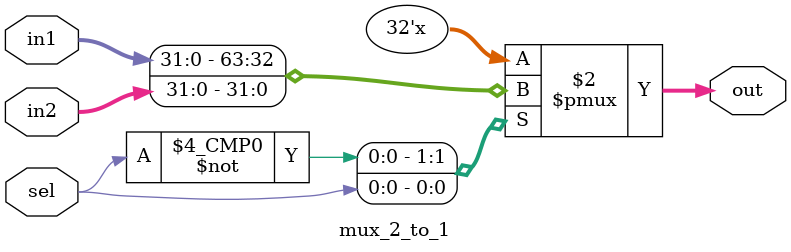
<source format=v>
module mux_2_to_1(in1, in2 , sel , out);
input [31:0] in1 , in2;
input sel ;
output reg [31:0] out;
always @(in1, in2 , sel )
begin 
case ( sel)
1'b0: #5 out = in1 ;
1'b1: #5 out = in2 ;
endcase
end
endmodule 




</source>
